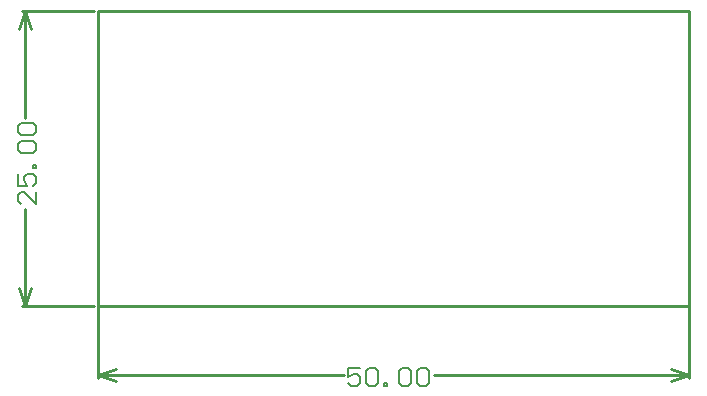
<source format=gm1>
G04*
G04 #@! TF.GenerationSoftware,Altium Limited,Altium Designer,23.10.1 (27)*
G04*
G04 Layer_Color=16711935*
%FSLAX25Y25*%
%MOIN*%
G70*
G04*
G04 #@! TF.SameCoordinates,D0F96BE9-EE4C-402D-8CE8-E6F0CD5897FE*
G04*
G04*
G04 #@! TF.FilePolarity,Positive*
G04*
G01*
G75*
%ADD10C,0.01000*%
%ADD14C,0.00600*%
D10*
X0Y98425D02*
X196850Y98425D01*
Y3650D02*
Y98425D01*
X0Y0D02*
X196850D01*
X0D02*
Y98425D01*
X196850Y0D02*
Y3650D01*
X-24500Y98425D02*
X-22500Y92425D01*
X-26500D02*
X-24500Y98425D01*
X-26500Y6000D02*
X-24500Y0D01*
X-22500Y6000D01*
X-24500Y62708D02*
Y98425D01*
Y0D02*
Y32517D01*
X-25500Y98425D02*
X-1500D01*
X-25500Y0D02*
X-1500D01*
X0Y-22800D02*
X6000Y-20800D01*
X0Y-22800D02*
X6000Y-24800D01*
X190850D02*
X196850Y-22800D01*
X190850Y-20800D02*
X196850Y-22800D01*
X0D02*
X81730D01*
X111921D02*
X196850D01*
X0Y-23800D02*
Y96925D01*
X196850Y-23800D02*
Y2150D01*
D14*
X-20901Y38116D02*
Y34117D01*
X-24900Y38116D01*
X-25899D01*
X-26899Y37116D01*
Y35117D01*
X-25899Y34117D01*
X-26899Y44114D02*
Y40115D01*
X-23900D01*
X-24900Y42114D01*
Y43114D01*
X-23900Y44114D01*
X-21901D01*
X-20901Y43114D01*
Y41115D01*
X-21901Y40115D01*
X-20901Y46113D02*
X-21901D01*
Y47113D01*
X-20901D01*
Y46113D01*
X-25899Y51112D02*
X-26899Y52111D01*
Y54110D01*
X-25899Y55110D01*
X-21901D01*
X-20901Y54110D01*
Y52111D01*
X-21901Y51112D01*
X-25899D01*
Y57109D02*
X-26899Y58109D01*
Y60109D01*
X-25899Y61108D01*
X-21901D01*
X-20901Y60109D01*
Y58109D01*
X-21901Y57109D01*
X-25899D01*
X87328Y-20401D02*
X83330D01*
Y-23400D01*
X85329Y-22400D01*
X86329D01*
X87328Y-23400D01*
Y-25399D01*
X86329Y-26399D01*
X84329D01*
X83330Y-25399D01*
X89328Y-21401D02*
X90327Y-20401D01*
X92327D01*
X93326Y-21401D01*
Y-25399D01*
X92327Y-26399D01*
X90327D01*
X89328Y-25399D01*
Y-21401D01*
X95326Y-26399D02*
Y-25399D01*
X96325D01*
Y-26399D01*
X95326D01*
X100324Y-21401D02*
X101324Y-20401D01*
X103323D01*
X104323Y-21401D01*
Y-25399D01*
X103323Y-26399D01*
X101324D01*
X100324Y-25399D01*
Y-21401D01*
X106322D02*
X107322Y-20401D01*
X109321D01*
X110321Y-21401D01*
Y-25399D01*
X109321Y-26399D01*
X107322D01*
X106322Y-25399D01*
Y-21401D01*
M02*

</source>
